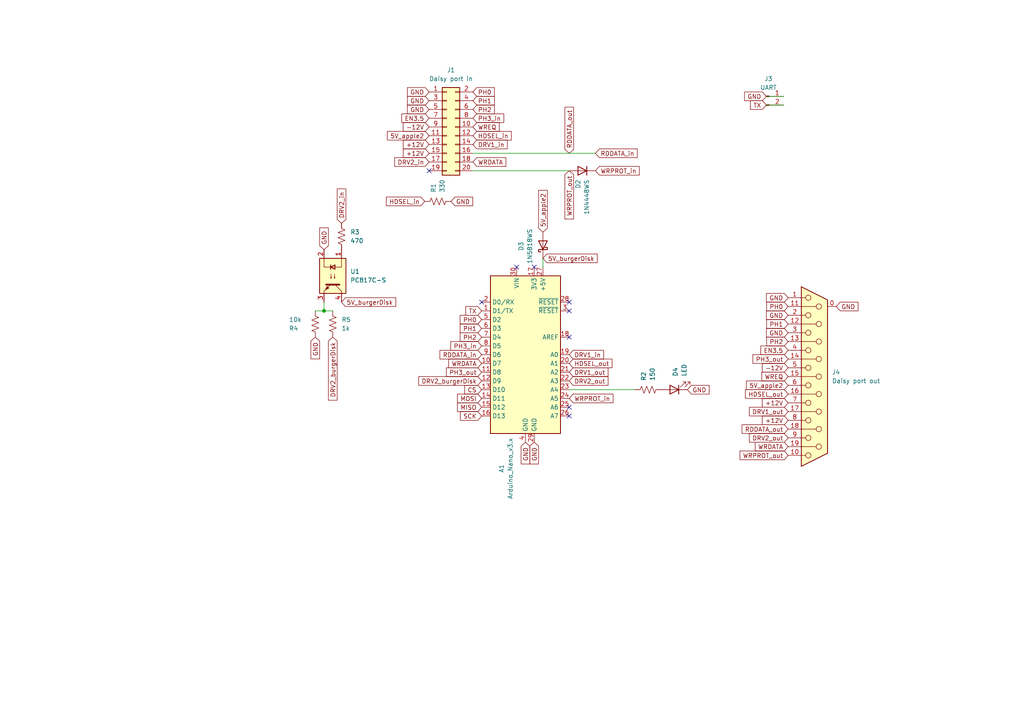
<source format=kicad_sch>
(kicad_sch (version 20250114) (generator "eeschema") (generator_version "9.0")
  (paper "A4")
  (title_block (title "BurgerDisk PCB - Angled DB19 version") (date "2026-01-28") (rev "v2") (company "Colin Leroy-Mira") (comment 1 "License: CC BY-SA"))
  (lib_symbols
    (symbol "Connector:Conn_01x02_Pin" (pin_names (offset 1.016) (hide yes))
      (property "Reference" "J" (at 0 2.54 0))
      (property "Value" "Conn_01x02_Pin" (at 0 -5.08 0))
      (symbol "Conn_01x02_Pin_1_1"
        (rectangle (start 0.8636 0.127) (end 0 -0.127) (stroke (width 0.1524)) (fill (type outline)))
        (rectangle (start 0.8636 -2.413) (end 0 -2.667) (stroke (width 0.1524)) (fill (type outline)))
        (polyline (pts (xy 1.27 0) (xy 0.8636 0)) (stroke (width 0.1524)))
        (polyline (pts (xy 1.27 -2.54) (xy 0.8636 -2.54)) (stroke (width 0.1524)))
        (pin passive line (at 5.08 0 180) (length 3.81) (name "Pin_1") (number "1"))
        (pin passive line (at 5.08 -2.54 180) (length 3.81) (name "Pin_2") (number "2"))
      )
    )
    (symbol "Connector_Generic:Conn_02x10_Odd_Even" (pin_names (offset 1.016) (hide yes))
      (property "Reference" "J" (at 1.27 12.7 0))
      (property "Value" "Conn_02x10_Odd_Even" (at 1.27 -15.24 0))
      (symbol "Conn_02x10_Odd_Even_1_1"
        (rectangle (start -1.27 11.43) (end 3.81 -13.97) (stroke (width 0.254)) (fill (type background)))
        (rectangle (start -1.27 10.287) (end 0 10.033) (stroke (width 0.1524)))
        (rectangle (start -1.27 7.747) (end 0 7.493) (stroke (width 0.1524)))
        (rectangle (start -1.27 5.207) (end 0 4.953) (stroke (width 0.1524)))
        (rectangle (start -1.27 2.667) (end 0 2.413) (stroke (width 0.1524)))
        (rectangle (start -1.27 0.127) (end 0 -0.127) (stroke (width 0.1524)))
        (rectangle (start -1.27 -2.413) (end 0 -2.667) (stroke (width 0.1524)))
        (rectangle (start -1.27 -4.953) (end 0 -5.207) (stroke (width 0.1524)))
        (rectangle (start -1.27 -7.493) (end 0 -7.747) (stroke (width 0.1524)))
        (rectangle (start -1.27 -10.033) (end 0 -10.287) (stroke (width 0.1524)))
        (rectangle (start -1.27 -12.573) (end 0 -12.827) (stroke (width 0.1524)))
        (rectangle (start 3.81 10.287) (end 2.54 10.033) (stroke (width 0.1524)))
        (rectangle (start 3.81 7.747) (end 2.54 7.493) (stroke (width 0.1524)))
        (rectangle (start 3.81 5.207) (end 2.54 4.953) (stroke (width 0.1524)))
        (rectangle (start 3.81 2.667) (end 2.54 2.413) (stroke (width 0.1524)))
        (rectangle (start 3.81 0.127) (end 2.54 -0.127) (stroke (width 0.1524)))
        (rectangle (start 3.81 -2.413) (end 2.54 -2.667) (stroke (width 0.1524)))
        (rectangle (start 3.81 -4.953) (end 2.54 -5.207) (stroke (width 0.1524)))
        (rectangle (start 3.81 -7.493) (end 2.54 -7.747) (stroke (width 0.1524)))
        (rectangle (start 3.81 -10.033) (end 2.54 -10.287) (stroke (width 0.1524)))
        (rectangle (start 3.81 -12.573) (end 2.54 -12.827) (stroke (width 0.1524)))
        (pin passive line (at -5.08 10.16 0) (length 3.81) (name "Pin_1") (number "1"))
        (pin passive line (at -5.08 7.62 0) (length 3.81) (name "Pin_3") (number "3"))
        (pin passive line (at -5.08 5.08 0) (length 3.81) (name "Pin_5") (number "5"))
        (pin passive line (at -5.08 2.54 0) (length 3.81) (name "Pin_7") (number "7"))
        (pin passive line (at -5.08 0 0) (length 3.81) (name "Pin_9") (number "9"))
        (pin passive line (at -5.08 -2.54 0) (length 3.81) (name "Pin_11") (number "11"))
        (pin passive line (at -5.08 -5.08 0) (length 3.81) (name "Pin_13") (number "13"))
        (pin passive line (at -5.08 -7.62 0) (length 3.81) (name "Pin_15") (number "15"))
        (pin passive line (at -5.08 -10.16 0) (length 3.81) (name "Pin_17") (number "17"))
        (pin passive line (at -5.08 -12.7 0) (length 3.81) (name "Pin_19") (number "19"))
        (pin passive line (at 7.62 10.16 180) (length 3.81) (name "Pin_2") (number "2"))
        (pin passive line (at 7.62 7.62 180) (length 3.81) (name "Pin_4") (number "4"))
        (pin passive line (at 7.62 5.08 180) (length 3.81) (name "Pin_6") (number "6"))
        (pin passive line (at 7.62 2.54 180) (length 3.81) (name "Pin_8") (number "8"))
        (pin passive line (at 7.62 0 180) (length 3.81) (name "Pin_10") (number "10"))
        (pin passive line (at 7.62 -2.54 180) (length 3.81) (name "Pin_12") (number "12"))
        (pin passive line (at 7.62 -5.08 180) (length 3.81) (name "Pin_14") (number "14"))
        (pin passive line (at 7.62 -7.62 180) (length 3.81) (name "Pin_16") (number "16"))
        (pin passive line (at 7.62 -10.16 180) (length 3.81) (name "Pin_18") (number "18"))
        (pin passive line (at 7.62 -12.7 180) (length 3.81) (name "Pin_20") (number "20"))
      )
    )
    (symbol "Device:LED" (pin_numbers (hide yes)) (pin_names (offset 1.016) (hide yes))
      (property "Reference" "D" (at 0 2.54 0))
      (property "Value" "LED" (at 0 -2.54 0))
      (symbol "LED_0_1"
        (polyline (pts (xy -3.048 -0.762) (xy -4.572 -2.286) (xy -3.81 -2.286) (xy -4.572 -2.286) (xy -4.572 -1.524)))
        (polyline (pts (xy -1.778 -0.762) (xy -3.302 -2.286) (xy -2.54 -2.286) (xy -3.302 -2.286) (xy -3.302 -1.524)))
        (polyline (pts (xy -1.27 0) (xy 1.27 0)))
        (polyline (pts (xy -1.27 -1.27) (xy -1.27 1.27)) (stroke (width 0.254)))
        (polyline (pts (xy 1.27 -1.27) (xy 1.27 1.27) (xy -1.27 0) (xy 1.27 -1.27)) (stroke (width 0.254)))
      )
      (symbol "LED_1_1"
        (pin passive line (at -3.81 0 0) (length 2.54) (name "K") (number "1"))
        (pin passive line (at 3.81 0 180) (length 2.54) (name "A") (number "2"))
      )
    )
    (symbol "Device:R_US" (pin_numbers (hide yes)) (pin_names (offset 0))
      (property "Reference" "R" (at 2.54 0 90))
      (property "Value" "R_US" (at -2.54 0 90))
      (symbol "R_US_0_1"
        (polyline (pts (xy 0 2.286) (xy 0 2.54)))
        (polyline (pts (xy 0 2.286) (xy 1.016 1.905) (xy 0 1.524) (xy -1.016 1.143) (xy 0 0.762)))
        (polyline (pts (xy 0 0.762) (xy 1.016 0.381) (xy 0 0) (xy -1.016 -0.381) (xy 0 -0.762)))
        (polyline (pts (xy 0 -0.762) (xy 1.016 -1.143) (xy 0 -1.524) (xy -1.016 -1.905) (xy 0 -2.286)))
        (polyline (pts (xy 0 -2.286) (xy 0 -2.54)))
      )
      (symbol "R_US_1_1"
        (pin passive line (at 0 3.81 270) (length 1.27) (name "~") (number "1"))
        (pin passive line (at 0 -3.81 90) (length 1.27) (name "~") (number "2"))
      )
    )
    (symbol "Diode:1N4448" (pin_numbers (hide yes)) (pin_names (hide yes))
      (property "Reference" "D" (at 0 2.54 0))
      (property "Value" "1N4448" (at 0 -2.54 0))
      (symbol "1N4448_0_1"
        (polyline (pts (xy -1.27 1.27) (xy -1.27 -1.27)) (stroke (width 0.254)))
        (polyline (pts (xy 1.27 1.27) (xy 1.27 -1.27) (xy -1.27 0) (xy 1.27 1.27)) (stroke (width 0.254)))
        (polyline (pts (xy 1.27 0) (xy -1.27 0)))
      )
      (symbol "1N4448_1_1"
        (pin passive line (at -3.81 0 0) (length 2.54) (name "K") (number "1"))
        (pin passive line (at 3.81 0 180) (length 2.54) (name "A") (number "2"))
      )
    )
    (symbol "Diode:1N5818" (pin_numbers (hide yes)) (pin_names (offset 1.016) (hide yes))
      (property "Reference" "D" (at 0 2.54 0))
      (property "Value" "1N5818" (at 0 -2.54 0))
      (symbol "1N5818_0_1"
        (polyline (pts (xy -1.905 0.635) (xy -1.905 1.27) (xy -1.27 1.27) (xy -1.27 -1.27) (xy -0.635 -1.27) (xy -0.635 -0.635)) (stroke (width 0.254)))
        (polyline (pts (xy 1.27 1.27) (xy 1.27 -1.27) (xy -1.27 0) (xy 1.27 1.27)) (stroke (width 0.254)))
        (polyline (pts (xy 1.27 0) (xy -1.27 0)))
      )
      (symbol "1N5818_1_1"
        (pin passive line (at -3.81 0 0) (length 2.54) (name "K") (number "1"))
        (pin passive line (at 3.81 0 180) (length 2.54) (name "A") (number "2"))
      )
    )
    (symbol "Isolator:PC817" (pin_names (offset 1.016))
      (property "Reference" "U" (at -5.08 5.08 0))
      (property "Value" "PC817" (at 0 5.08 0))
      (symbol "PC817_0_1"
        (rectangle (start -5.08 3.81) (end 5.08 -3.81) (stroke (width 0.254)) (fill (type background)))
        (polyline (pts (xy -5.08 2.54) (xy -2.54 2.54) (xy -2.54 -0.635)))
        (polyline (pts (xy -3.175 -0.635) (xy -1.905 -0.635)) (stroke (width 0.254)))
        (polyline (pts (xy -2.54 -0.635) (xy -2.54 -2.54) (xy -5.08 -2.54)))
        (polyline (pts (xy -2.54 -0.635) (xy -3.175 0.635) (xy -1.905 0.635) (xy -2.54 -0.635)) (stroke (width 0.254)))
        (polyline (pts (xy -0.508 0.508) (xy 0.762 0.508) (xy 0.381 0.381) (xy 0.381 0.635) (xy 0.762 0.508)))
        (polyline (pts (xy -0.508 -0.508) (xy 0.762 -0.508) (xy 0.381 -0.635) (xy 0.381 -0.381) (xy 0.762 -0.508)))
        (polyline (pts (xy 2.54 1.905) (xy 2.54 -1.905) (xy 2.54 -1.905)) (stroke (width 0.508)))
        (polyline (pts (xy 2.54 0.635) (xy 4.445 2.54)))
        (polyline (pts (xy 3.048 -1.651) (xy 3.556 -1.143) (xy 4.064 -2.159) (xy 3.048 -1.651) (xy 3.048 -1.651)) (fill (type outline)))
        (polyline (pts (xy 4.445 2.54) (xy 5.08 2.54)))
        (polyline (pts (xy 4.445 -2.54) (xy 2.54 -0.635)) (fill (type outline)))
        (polyline (pts (xy 4.445 -2.54) (xy 5.08 -2.54)))
      )
      (symbol "PC817_1_1"
        (pin passive line (at -7.62 2.54 0) (length 2.54) (name "~") (number "1"))
        (pin passive line (at -7.62 -2.54 0) (length 2.54) (name "~") (number "2"))
        (pin passive line (at 7.62 2.54 180) (length 2.54) (name "~") (number "4"))
        (pin passive line (at 7.62 -2.54 180) (length 2.54) (name "~") (number "3"))
      )
    )
    (symbol "MCU_Module:Arduino_Nano_v3.x"
      (property "Reference" "A" (at -10.16 23.495 0))
      (property "Value" "Arduino_Nano_v3.x" (at 5.08 -24.13 0))
      (symbol "Arduino_Nano_v3.x_0_1"
        (rectangle (start -10.16 22.86) (end 10.16 -22.86) (stroke (width 0.254)) (fill (type background)))
      )
      (symbol "Arduino_Nano_v3.x_1_1"
        (pin bidirectional line (at -12.7 15.24 0) (length 2.54) (name "D0/RX") (number "2"))
        (pin bidirectional line (at -12.7 12.7 0) (length 2.54) (name "D1/TX") (number "1"))
        (pin bidirectional line (at -12.7 10.16 0) (length 2.54) (name "D2") (number "5"))
        (pin bidirectional line (at -12.7 7.62 0) (length 2.54) (name "D3") (number "6"))
        (pin bidirectional line (at -12.7 5.08 0) (length 2.54) (name "D4") (number "7"))
        (pin bidirectional line (at -12.7 2.54 0) (length 2.54) (name "D5") (number "8"))
        (pin bidirectional line (at -12.7 0 0) (length 2.54) (name "D6") (number "9"))
        (pin bidirectional line (at -12.7 -2.54 0) (length 2.54) (name "D7") (number "10"))
        (pin bidirectional line (at -12.7 -5.08 0) (length 2.54) (name "D8") (number "11"))
        (pin bidirectional line (at -12.7 -7.62 0) (length 2.54) (name "D9") (number "12"))
        (pin bidirectional line (at -12.7 -10.16 0) (length 2.54) (name "D10") (number "13"))
        (pin bidirectional line (at -12.7 -12.7 0) (length 2.54) (name "D11") (number "14"))
        (pin bidirectional line (at -12.7 -15.24 0) (length 2.54) (name "D12") (number "15"))
        (pin bidirectional line (at -12.7 -17.78 0) (length 2.54) (name "D13") (number "16"))
        (pin power_in line (at -2.54 25.4 270) (length 2.54) (name "VIN") (number "30"))
        (pin power_in line (at 0 -25.4 90) (length 2.54) (name "GND") (number "4"))
        (pin power_out line (at 2.54 25.4 270) (length 2.54) (name "3V3") (number "17"))
        (pin power_in line (at 2.54 -25.4 90) (length 2.54) (name "GND") (number "29"))
        (pin power_out line (at 5.08 25.4 270) (length 2.54) (name "+5V") (number "27"))
        (pin input line (at 12.7 15.24 180) (length 2.54) (name "~{RESET}") (number "28"))
        (pin input line (at 12.7 12.7 180) (length 2.54) (name "~{RESET}") (number "3"))
        (pin input line (at 12.7 5.08 180) (length 2.54) (name "AREF") (number "18"))
        (pin bidirectional line (at 12.7 0 180) (length 2.54) (name "A0") (number "19"))
        (pin bidirectional line (at 12.7 -2.54 180) (length 2.54) (name "A1") (number "20"))
        (pin bidirectional line (at 12.7 -5.08 180) (length 2.54) (name "A2") (number "21"))
        (pin bidirectional line (at 12.7 -7.62 180) (length 2.54) (name "A3") (number "22"))
        (pin bidirectional line (at 12.7 -10.16 180) (length 2.54) (name "A4") (number "23"))
        (pin bidirectional line (at 12.7 -12.7 180) (length 2.54) (name "A5") (number "24"))
        (pin bidirectional line (at 12.7 -15.24 180) (length 2.54) (name "A6") (number "25"))
        (pin bidirectional line (at 12.7 -17.78 180) (length 2.54) (name "A7") (number "26"))
      )
    )
    (symbol "db19:DB19_Female" (pin_names (offset 1.016) (hide yes))
      (property "Reference" "J4" (at 5.08 1.27 0))
      (property "Value" "Daisy port out" (at 5.08 -1.27 0))
      (symbol "DB19_Female_0_1"
        (polyline (pts (xy -3.81 26.035) (xy 3.81 22.225) (xy 3.81 -22.225) (xy -3.81 -26.035) (xy -3.81 26.035)) (stroke (width 0.254)) (fill (type background)))
        (polyline (pts (xy -3.81 22.86) (xy -2.54 22.86)))
        (polyline (pts (xy -3.81 20.32) (xy 0.508 20.32)))
        (polyline (pts (xy -3.81 17.78) (xy -2.54 17.78)))
        (polyline (pts (xy -3.81 15.24) (xy 0.508 15.24)))
        (polyline (pts (xy -3.81 12.7) (xy -2.54 12.7)))
        (polyline (pts (xy -3.81 10.16) (xy 0.508 10.16)))
        (polyline (pts (xy -3.81 7.62) (xy -2.54 7.62)))
        (polyline (pts (xy -3.81 5.08) (xy 0.508 5.08)))
        (polyline (pts (xy -3.81 2.54) (xy -2.54 2.54)))
        (polyline (pts (xy -3.81 0) (xy 0.508 0)))
        (polyline (pts (xy -3.81 -2.54) (xy -2.54 -2.54)))
        (polyline (pts (xy -3.81 -5.08) (xy 0.508 -5.08)))
        (polyline (pts (xy -3.81 -7.62) (xy -2.54 -7.62)))
        (polyline (pts (xy -3.81 -10.16) (xy 0.508 -10.16)))
        (polyline (pts (xy -3.81 -12.7) (xy -2.54 -12.7)))
        (polyline (pts (xy -3.81 -15.24) (xy 0.508 -15.24)))
        (polyline (pts (xy -3.81 -17.78) (xy -2.54 -17.78)))
        (polyline (pts (xy -3.81 -20.32) (xy 0.508 -20.32)))
        (polyline (pts (xy -3.81 -22.86) (xy -2.54 -22.86)))
        (circle (center -1.778 22.86) (radius 0.762))
        (circle (center -1.778 17.78) (radius 0.762))
        (circle (center -1.778 12.7) (radius 0.762))
        (circle (center -1.778 7.62) (radius 0.762))
        (circle (center -1.778 2.54) (radius 0.762))
        (circle (center -1.778 -2.54) (radius 0.762))
        (circle (center -1.778 -7.62) (radius 0.762))
        (circle (center -1.778 -12.7) (radius 0.762))
        (circle (center -1.778 -17.78) (radius 0.762))
        (circle (center -1.778 -22.86) (radius 0.762))
        (circle (center 1.27 20.32) (radius 0.762))
        (circle (center 1.27 15.24) (radius 0.762))
        (circle (center 1.27 10.16) (radius 0.762))
        (circle (center 1.27 5.08) (radius 0.762))
        (circle (center 1.27 0) (radius 0.762))
        (circle (center 1.27 -5.08) (radius 0.762))
        (circle (center 1.27 -10.16) (radius 0.762))
        (circle (center 1.27 -15.24) (radius 0.762))
        (circle (center 1.27 -20.32) (radius 0.762))
      )
      (symbol "DB19_Female_1_1"
        (pin passive line (at -7.62 22.86 0) (length 3.81) (name "1") (number "1"))
        (pin passive line (at -7.62 20.32 0) (length 3.81) (name "P11") (number "11"))
        (pin passive line (at -7.62 17.78 0) (length 3.81) (name "2") (number "2"))
        (pin passive line (at -7.62 15.24 0) (length 3.81) (name "P12") (number "12"))
        (pin passive line (at -7.62 12.7 0) (length 3.81) (name "3") (number "3"))
        (pin passive line (at -7.62 10.16 0) (length 3.81) (name "P13") (number "13"))
        (pin passive line (at -7.62 7.62 0) (length 3.81) (name "4") (number "4"))
        (pin passive line (at -7.62 5.08 0) (length 3.81) (name "P14") (number "14"))
        (pin passive line (at -7.62 2.54 0) (length 3.81) (name "5") (number "5"))
        (pin passive line (at -7.62 0 0) (length 3.81) (name "P15") (number "15"))
        (pin passive line (at -7.62 -2.54 0) (length 3.81) (name "6") (number "6"))
        (pin passive line (at -7.62 -5.08 0) (length 3.81) (name "P16") (number "16"))
        (pin passive line (at -7.62 -7.62 0) (length 3.81) (name "7") (number "7"))
        (pin passive line (at -7.62 -10.16 0) (length 3.81) (name "P17") (number "17"))
        (pin passive line (at -7.62 -12.7 0) (length 3.81) (name "8") (number "8"))
        (pin passive line (at -7.62 -15.24 0) (length 3.81) (name "P18") (number "18"))
        (pin passive line (at -7.62 -17.78 0) (length 3.81) (name "9") (number "9"))
        (pin passive line (at -7.62 -20.32 0) (length 3.81) (name "P19") (number "19"))
        (pin passive line (at -7.62 -22.86 0) (length 3.81) (name "10") (number "10"))
        (pin input line (at 6.35 20.32 180) (length 2.54) (name "0") (number "0"))
      )
    )
    (symbol "e-radionica.com schematics:0603C" (pin_numbers (hide yes)) (pin_names (offset 0.002))
      (property "Reference" "C" (at -0.635 3.175 0))
      (property "Value" "0603C" (at 0 -3.175 0))
      (symbol "0603C_0_1"
        (polyline (pts (xy -0.635 1.905) (xy -0.635 -1.905)) (stroke (width 0.5)))
        (polyline (pts (xy 0.635 1.905) (xy 0.635 -1.905)) (stroke (width 0.5)))
      )
      (symbol "0603C_1_1"
        (pin passive line (at -3.175 0 0) (length 2.54) (name "~") (number "1"))
        (pin passive line (at 3.175 0 180) (length 2.54) (name "~") (number "2"))
      )
    )
    (symbol "e-radionica.com schematics:0603R" (pin_numbers (hide yes)) (pin_names (offset 0.254))
      (property "Reference" "R" (at -1.905 1.905 0))
      (property "Value" "0603R" (at 0 -1.905 0))
      (symbol "0603R_0_1"
        (rectangle (start -1.905 0.635) (end -1.8796 -0.635) (stroke (width 0.1)))
        (rectangle (start -1.905 0.635) (end 1.905 0.6096) (stroke (width 0.1)))
        (rectangle (start -1.905 -0.635) (end 1.905 -0.6604) (stroke (width 0.1)))
        (rectangle (start 1.905 0.635) (end 1.9304 -0.635) (stroke (width 0.1)))
      )
      (symbol "0603R_1_1"
        (pin passive line (at -3.175 0 0) (length 1.27) (name "~") (number "1"))
        (pin passive line (at 3.175 0 180) (length 1.27) (name "~") (number "2"))
      )
    )
    (symbol "e-radionica.com schematics:3V3" (power) (pin_names (offset 0))
      (property "Value" "3V3" (at 0 3.556 0))
      (symbol "3V3_0_1"
        (polyline (pts (xy -1.27 2.54) (xy 1.27 2.54)) (stroke (width 0.0006)))
        (polyline (pts (xy 0 0) (xy 0 2.54)))
      )
      (symbol "3V3_1_1"
        (pin power_in line (at 0 0 90) (length 0) (hide yes) (name "3V3") (number "1"))
      )
    )
    (symbol "e-radionica.com schematics:HYC77-TF09-200"
      (property "Reference" "K" (at 0 11.43 0))
      (property "Value" "HYC77-TF09-200" (at 0 -11.43 0))
      (symbol "HYC77-TF09-200_0_1"
        (rectangle (start -2.54 10.16) (end 3.81 -10.16) (stroke (width 0.1524)))
      )
      (symbol "HYC77-TF09-200_1_1"
        (pin bidirectional line (at -5.08 8.89 0) (length 2.54) (name "X") (number "1"))
        (pin bidirectional line (at -5.08 6.35 0) (length 2.54) (name "CS") (number "2"))
        (pin bidirectional line (at -5.08 3.81 0) (length 2.54) (name "MOSI") (number "3"))
        (pin bidirectional line (at -5.08 1.27 0) (length 2.54) (name "VDD") (number "4"))
        (pin bidirectional line (at -5.08 -1.27 0) (length 2.54) (name "SCLK") (number "5"))
        (pin bidirectional line (at -5.08 -3.81 0) (length 2.54) (name "GND") (number "6"))
        (pin bidirectional line (at -5.08 -6.35 0) (length 2.54) (name "MISO") (number "7"))
        (pin bidirectional line (at -5.08 -8.89 0) (length 2.54) (name "X") (number "8"))
      )
    )
    (symbol "e-radionica.com schematics:SE5218"
      (property "Reference" "U" (at -3.81 5.08 0))
      (property "Value" "SE5218" (at 0 -5.08 0))
      (symbol "SE5218_0_1"
        (rectangle (start -5.08 3.81) (end 5.08 -3.81) (stroke (width 0.0006)))
      )
      (symbol "SE5218_1_1"
        (pin power_in line (at -7.62 2.54 0) (length 2.54) (name "VIN") (number "1"))
        (pin power_in line (at -7.62 0 0) (length 2.54) (name "GND") (number "2"))
        (pin input line (at -7.62 -2.54 0) (length 2.54) (name "EN") (number "3"))
        (pin power_out line (at 7.62 2.54 180) (length 2.54) (name "VOUT") (number "5"))
        (pin passive line (at 7.62 -2.54 180) (length 2.54) (name "NC") (number "4"))
      )
    )
    (symbol "e-radionica.com schematics:TXB0104QPWRQ1"
      (property "Reference" "U" (at 0 8.89 0))
      (property "Value" "TXB0104QPWRQ1" (at 0 -11.43 0))
      (symbol "TXB0104QPWRQ1_0_1"
        (rectangle (start -5.08 7.62) (end 6.35 -10.16) (stroke (width 0.0006)))
      )
      (symbol "TXB0104QPWRQ1_1_1"
        (pin power_in line (at -7.62 6.35 0) (length 2.54) (name "VCCA") (number "1"))
        (pin passive line (at -7.62 3.81 0) (length 2.54) (name "A1") (number "2"))
        (pin passive line (at -7.62 1.27 0) (length 2.54) (name "A2") (number "3"))
        (pin passive line (at -7.62 -1.27 0) (length 2.54) (name "A3") (number "4"))
        (pin passive line (at -7.62 -3.81 0) (length 2.54) (name "A4") (number "5"))
        (pin no_connect line (at -7.62 -6.35 0) (length 2.54) (name "NC") (number "6"))
        (pin passive line (at -7.62 -8.89 0) (length 2.54) (name "GND") (number "7"))
        (pin power_out line (at 8.89 6.35 180) (length 2.54) (name "VCCB") (number "14"))
        (pin passive line (at 8.89 3.81 180) (length 2.54) (name "B1") (number "13"))
        (pin passive line (at 8.89 1.27 180) (length 2.54) (name "B2") (number "12"))
        (pin passive line (at 8.89 -1.27 180) (length 2.54) (name "B3") (number "11"))
        (pin passive line (at 8.89 -3.81 180) (length 2.54) (name "B4") (number "10"))
        (pin no_connect line (at 8.89 -6.35 180) (length 2.54) (name "NC") (number "9"))
        (pin passive line (at 8.89 -8.89 180) (length 2.54) (name "OE") (number "8"))
      )
    )
  )
  (text "VOLTAGE LEVEL TRANSLATOR" (at -54.61 24.13 0) (effects (font (size 1.27 1.27)) (justify left bottom)))
  (text "HEADER" (at -31.75 76.2 0) (effects (font (size 1.27 1.27)) (justify left bottom)))
  (text "VOLTAGE REGULATOR\n" (at -112.395 69.85 0) (effects (font (size 1.27 1.27)) (justify left bottom)))
  (text "MICRO SD CARD HOLDER & CAPACITOR" (at -123.19 24.13 0) (effects (font (size 1.27 1.27)) (justify left bottom)))
  (junction (at -107.95 45.72) (diameter 0.9144))
  (junction (at -114.3 104.14) (diameter 0.9144))
  (junction (at -54.61 40.64))
  (junction (at -30.48 40.64) (diameter 0.9144))
  (junction (at -91.44 81.28) (diameter 0.9144))
  (junction (at -107.95 35.56) (diameter 0.9144))
  (junction (at -91.44 93.98) (diameter 0.9144))
  (junction (at -119.38 35.56) (diameter 0.9144))
  (junction (at -119.38 45.72) (diameter 0.9144))
  (junction (at 93.98 90.17))
  (junction (at -116.84 93.98) (diameter 0.9144))
  (junction (at -31.75 55.88) (diameter 0.9144))
  (junction (at -111.76 45.72) (diameter 0.9144))
  (junction (at -116.84 81.28) (diameter 0.9144))
  (junction (at -41.91 31.75))
  (junction (at -111.76 35.56) (diameter 0.9144))
  (no_connect (at 165.1 90.17))
  (no_connect (at 154.94 77.47))
  (no_connect (at 165.1 120.65))
  (no_connect (at 165.1 87.63))
  (no_connect (at 165.1 97.79))
  (no_connect (at 139.7 87.63))
  (no_connect (at 165.1 118.11))
  (no_connect (at 149.86 77.47))
  (no_connect (at 124.46 49.53))
  (polyline (pts (xy -133.35 19.05) (xy -133.35 57.15)) (stroke (width 0) (type dash)))
  (polyline (pts (xy -69.85 68.58) (xy -6.35 68.58)) (stroke (width 0) (type dash)))
  (wire (pts (xy -114.3 104.14) (xy -114.3 105.41)))
  (wire (pts (xy -121.92 104.14) (xy -114.3 104.14)))
  (wire (pts (xy -107.95 45.72) (xy -107.95 49.53)))
  (wire (pts (xy 184.15 113.03) (xy 165.1 113.03)))
  (polyline (pts (xy -133.985 111.76) (xy -74.295 111.76)) (stroke (width 0) (type dash)))
  (wire (pts (xy -121.92 102.235) (xy -121.92 104.14)))
  (wire (pts (xy 91.44 90.17) (xy 93.98 90.17)))
  (wire (pts (xy -32.385 31.75) (xy -30.48 31.75)))
  (wire (pts (xy -111.76 35.56) (xy -107.95 35.56)))
  (wire (pts (xy -34.29 45.72) (xy -27.94 45.72)))
  (wire (pts (xy -121.92 95.885) (xy -121.92 93.98)))
  (wire (pts (xy -46.355 31.75) (xy -41.91 31.75)))
  (wire (pts (xy -111.76 99.06) (xy -116.84 99.06)))
  (wire (pts (xy -34.29 48.26) (xy -27.94 48.26)))
  (wire (pts (xy -107.95 35.56) (xy -107.95 39.37)))
  (wire (pts (xy -116.84 81.28) (xy -107.95 81.28)))
  (polyline (pts (xy -69.85 19.05) (xy -69.85 68.58)) (stroke (width 0) (type dash)))
  (polyline (pts (xy -69.85 19.05) (xy -6.35 19.05)) (stroke (width 0) (type dash)))
  (polyline (pts (xy -72.39 57.15) (xy -72.39 19.05)) (stroke (width 0) (type dash)))
  (polyline (pts (xy -48.26 72.39) (xy -6.35 72.39)) (stroke (width 0) (type dash)))
  (wire (pts (xy -127 35.56) (xy -119.38 35.56)))
  (wire (pts (xy -34.29 50.8) (xy -27.94 50.8)))
  (wire (pts (xy -54.61 31.75) (xy -52.705 31.75)))
  (wire (pts (xy 165.1 49.53) (xy 137.16 49.53)))
  (wire (pts (xy -31.75 55.88) (xy -31.75 57.785)))
  (polyline (pts (xy -74.295 111.76) (xy -74.295 60.96)) (stroke (width 0) (type dash)))
  (wire (pts (xy 93.98 87.63) (xy 93.98 90.17)))
  (wire (pts (xy -107.95 39.37) (xy -91.44 39.37)))
  (wire (pts (xy -59.69 40.64) (xy -54.61 40.64)))
  (wire (pts (xy -95.25 46.99) (xy -91.44 46.99)))
  (wire (pts (xy -31.75 64.135) (xy -31.75 66.04)))
  (polyline (pts (xy -133.35 19.05) (xy -72.39 19.05)) (stroke (width 0) (type dash)))
  (wire (pts (xy -34.29 40.64) (xy -30.48 40.64)))
  (wire (pts (xy -41.91 27.94) (xy -41.91 31.75)))
  (wire (pts (xy -31.75 55.88) (xy -30.48 55.88)))
  (polyline (pts (xy -6.35 106.68) (xy -6.35 72.39)) (stroke (width 0) (type dash)))
  (wire (pts (xy -95.25 41.91) (xy -91.44 41.91)))
  (wire (pts (xy -34.29 43.18) (xy -27.94 43.18)))
  (wire (pts (xy -116.84 99.06) (xy -116.84 93.98)))
  (wire (pts (xy -116.84 81.28) (xy -116.84 93.98)))
  (wire (pts (xy -127 38.1) (xy -127 35.56)))
  (wire (pts (xy -91.44 81.28) (xy -91.44 93.98)))
  (wire (pts (xy 93.98 90.17) (xy 96.52 90.17)))
  (wire (pts (xy -91.44 100.965) (xy -91.44 102.87)))
  (wire (pts (xy -100.33 81.28) (xy -91.44 81.28)))
  (wire (pts (xy -127 45.72) (xy -119.38 45.72)))
  (polyline (pts (xy -48.26 106.68) (xy -6.35 106.68)) (stroke (width 0) (type dash)))
  (wire (pts (xy -54.61 31.75) (xy -54.61 40.64)))
  (wire (pts (xy -107.95 44.45) (xy -91.44 44.45)))
  (wire (pts (xy -96.52 93.98) (xy -91.44 93.98)))
  (wire (pts (xy -111.76 35.56) (xy -111.76 38.1)))
  (wire (pts (xy -34.29 55.88) (xy -31.75 55.88)))
  (wire (pts (xy -25.4 40.64) (xy -30.48 40.64)))
  (wire (pts (xy -119.38 35.56) (xy -111.76 35.56)))
  (wire (pts (xy -41.91 31.75) (xy -38.735 31.75)))
  (wire (pts (xy 137.16 44.45) (xy 172.72 44.45)))
  (wire (pts (xy -107.95 34.29) (xy -107.95 35.56)))
  (wire (pts (xy -91.44 93.98) (xy -91.44 94.615)))
  (wire (pts (xy -111.76 45.72) (xy -107.95 45.72)))
  (wire (pts (xy -119.38 45.72) (xy -111.76 45.72)))
  (wire (pts (xy -119.38 44.45) (xy -119.38 45.72)))
  (polyline (pts (xy -133.985 62.23) (xy -133.985 111.76)) (stroke (width 0) (type dash)))
  (wire (pts (xy 222.25 30.48) (xy 227.33 30.48)))
  (wire (pts (xy -111.76 93.98) (xy -116.84 93.98)))
  (wire (pts (xy -111.76 96.52) (xy -114.3 96.52)))
  (wire (pts (xy -30.48 31.75) (xy -30.48 40.64)))
  (wire (pts (xy -25.4 36.83) (xy -25.4 40.64)))
  (wire (pts (xy -121.92 93.98) (xy -116.84 93.98)))
  (wire (pts (xy -91.44 81.28) (xy -91.44 77.47)))
  (polyline (pts (xy -133.985 60.96) (xy -133.985 62.23)) (stroke (width 0) (type dash)))
  (polyline (pts (xy -48.26 72.39) (xy -48.26 106.68)) (stroke (width 0) (type dash)))
  (wire (pts (xy -54.61 40.64) (xy -50.8 40.64)))
  (polyline (pts (xy -133.35 57.15) (xy -72.39 57.15)) (stroke (width 0) (type dash)))
  (wire (pts (xy 157.48 74.93) (xy 157.48 77.47)))
  (wire (pts (xy -111.76 44.45) (xy -111.76 45.72)))
  (wire (pts (xy -31.75 66.04) (xy -22.86 66.04)))
  (wire (pts (xy -95.25 36.83) (xy -91.44 36.83)))
  (wire (pts (xy -114.3 96.52) (xy -114.3 104.14)))
  (wire (pts (xy -22.86 66.04) (xy -22.86 63.5)))
  (polyline (pts (xy -6.35 68.58) (xy -6.35 19.05)) (stroke (width 0) (type dash)))
  (wire (pts (xy -107.95 44.45) (xy -107.95 45.72)))
  (wire (pts (xy -59.69 38.1) (xy -59.69 40.64)))
  (wire (pts (xy -119.38 35.56) (xy -119.38 38.1)))
  (polyline (pts (xy -74.295 60.96) (xy -133.985 60.96)) (stroke (width 0) (type dash)))
  (wire (pts (xy -127 44.45) (xy -127 45.72)))
  (wire (pts (xy -116.84 77.47) (xy -116.84 81.28)))
  (wire (pts (xy 222.25 27.94) (xy 227.33 27.94)))
  (wire (pts (xy -95.25 34.29) (xy -91.44 34.29)))
  (global_label "PH2" (shape input) (at 137.16 31.75 0) (property "Intersheetrefs" "${INTERSHEET_REFS}" (effects (hide yes))))
  (global_label "+12V" (shape input) (at 228.6 121.92 180) (property "Intersheetrefs" "${INTERSHEET_REFS}" (effects (hide yes))))
  (global_label "PH1" (shape input) (at 139.7 95.25 180) (property "Intersheetrefs" "${INTERSHEET_REFS}" (effects (hide yes))))
  (global_label "5V_burgerDisk" (shape input) (at 99.06 87.63 0) (property "Intersheetrefs" "${INTERSHEET_REFS}" (effects (hide yes))))
  (global_label "WRDATA" (shape input) (at 228.6 129.54 180) (property "Intersheetrefs" "${INTERSHEET_REFS}" (effects (hide yes))))
  (global_label "OE" (shape input) (at -30.48 55.88 0) (property "Intersheetrefs" "${INTERSHEET_REFS}" (effects (hide yes))))
  (global_label "WRDATA" (shape input) (at 139.7 105.41 180) (property "Intersheetrefs" "${INTERSHEET_REFS}" (effects (hide yes))))
  (global_label "GND" (shape input) (at 124.46 29.21 180) (property "Intersheetrefs" "${INTERSHEET_REFS}" (effects (hide yes))))
  (global_label "GND" (shape input) (at 124.46 31.75 180) (property "Intersheetrefs" "${INTERSHEET_REFS}" (effects (hide yes))))
  (global_label "GND" (shape input) (at -107.95 49.53 180) (property "Intersheetrefs" "${INTERSHEET_REFS}" (effects (hide yes))))
  (global_label "PH0" (shape input) (at 139.7 92.71 180) (property "Intersheetrefs" "${INTERSHEET_REFS}" (effects (hide yes))))
  (global_label "GND" (shape input) (at 152.4 128.27 270) (property "Intersheetrefs" "${INTERSHEET_REFS}" (effects (hide yes))))
  (global_label "-12V" (shape input) (at 228.6 106.68 180) (property "Intersheetrefs" "${INTERSHEET_REFS}" (effects (hide yes))))
  (global_label "DRV2_out" (shape input) (at 228.6 127 180) (property "Intersheetrefs" "${INTERSHEET_REFS}" (effects (hide yes))))
  (global_label "GND" (shape input) (at 228.6 96.52 180) (property "Intersheetrefs" "${INTERSHEET_REFS}" (effects (hide yes))))
  (global_label "WRPROT_in" (shape input) (at 172.72 49.53 0) (property "Intersheetrefs" "${INTERSHEET_REFS}" (effects (hide yes))))
  (global_label "DRV2_burgerDisk" (shape input) (at 96.52 97.79 270) (property "Intersheetrefs" "${INTERSHEET_REFS}" (effects (hide yes))))
  (global_label "GND" (shape input) (at 199.39 113.03 0) (property "Intersheetrefs" "${INTERSHEET_REFS}" (effects (hide yes))))
  (global_label "PH3_out" (shape input) (at 139.7 107.95 180) (property "Intersheetrefs" "${INTERSHEET_REFS}" (effects (hide yes))))
  (global_label "RDDATA_out" (shape input) (at 165.1 44.45 90) (property "Intersheetrefs" "${INTERSHEET_REFS}" (effects (hide yes))))
  (global_label "HDSEL_in" (shape input) (at 137.16 39.37 0) (property "Intersheetrefs" "${INTERSHEET_REFS}" (effects (hide yes))))
  (global_label "TX" (shape input) (at 139.7 90.17 180) (property "Intersheetrefs" "${INTERSHEET_REFS}" (effects (hide yes))))
  (global_label "GND" (shape input) (at 154.94 128.27 270) (property "Intersheetrefs" "${INTERSHEET_REFS}" (effects (hide yes))))
  (global_label "PH1" (shape input) (at 137.16 29.21 0) (property "Intersheetrefs" "${INTERSHEET_REFS}" (effects (hide yes))))
  (global_label "RDDATA_in" (shape input) (at 172.72 44.45 0) (property "Intersheetrefs" "${INTERSHEET_REFS}" (effects (hide yes))))
  (global_label "GND" (shape input) (at 130.81 58.42 0) (property "Intersheetrefs" "${INTERSHEET_REFS}" (effects (hide yes))))
  (global_label "SCK" (shape input) (at -27.94 48.26 0) (property "Intersheetrefs" "${INTERSHEET_REFS}" (effects (hide yes))))
  (global_label "HDSEL_out" (shape input) (at 228.6 114.3 180) (property "Intersheetrefs" "${INTERSHEET_REFS}" (effects (hide yes))))
  (global_label "PH0" (shape input) (at 137.16 26.67 0) (property "Intersheetrefs" "${INTERSHEET_REFS}" (effects (hide yes))))
  (global_label "CS_L" (shape input) (at -95.25 34.29 180) (property "Intersheetrefs" "${INTERSHEET_REFS}" (effects (hide yes))))
  (global_label "5V_burgerDisk" (shape input) (at 157.48 74.93 0) (property "Intersheetrefs" "${INTERSHEET_REFS}" (effects (hide yes))))
  (global_label "PH2" (shape input) (at 139.7 97.79 180) (property "Intersheetrefs" "${INTERSHEET_REFS}" (effects (hide yes))))
  (global_label "DRV1_out" (shape input) (at 165.1 107.95 0) (property "Intersheetrefs" "${INTERSHEET_REFS}" (effects (hide yes))))
  (global_label "RDDATA_in" (shape input) (at 139.7 102.87 180) (property "Intersheetrefs" "${INTERSHEET_REFS}" (effects (hide yes))))
  (global_label "PH0" (shape input) (at 228.6 88.9 180) (property "Intersheetrefs" "${INTERSHEET_REFS}" (effects (hide yes))))
  (global_label "5V_burgerDisk" (shape input) (at -25.4 36.83 0) (property "Intersheetrefs" "${INTERSHEET_REFS}" (effects (hide yes))))
  (global_label "GND" (shape input) (at 91.44 97.79 270) (property "Intersheetrefs" "${INTERSHEET_REFS}" (effects (hide yes))))
  (global_label "DRV2_in" (shape input) (at 124.46 46.99 180) (property "Intersheetrefs" "${INTERSHEET_REFS}" (effects (hide yes))))
  (global_label "DRV1_in" (shape input) (at 137.16 41.91 0) (property "Intersheetrefs" "${INTERSHEET_REFS}" (effects (hide yes))))
  (global_label "HDSEL_out" (shape input) (at 165.1 105.41 0) (property "Intersheetrefs" "${INTERSHEET_REFS}" (effects (hide yes))))
  (global_label "DRV2_out" (shape input) (at 165.1 110.49 0) (property "Intersheetrefs" "${INTERSHEET_REFS}" (effects (hide yes))))
  (global_label "RDDATA_out" (shape input) (at 228.6 124.46 180) (property "Intersheetrefs" "${INTERSHEET_REFS}" (effects (hide yes))))
  (global_label "MOSI_L" (shape input) (at -50.8 45.72 180) (property "Intersheetrefs" "${INTERSHEET_REFS}" (effects (hide yes))))
  (global_label "GND" (shape input) (at 124.46 26.67 180) (property "Intersheetrefs" "${INTERSHEET_REFS}" (effects (hide yes))))
  (global_label "DRV2_burgerDisk" (shape input) (at 139.7 110.49 180) (property "Intersheetrefs" "${INTERSHEET_REFS}" (effects (hide yes))))
  (global_label "HDSEL_in" (shape input) (at 123.19 58.42 180) (property "Intersheetrefs" "${INTERSHEET_REFS}" (effects (hide yes))))
  (global_label "PH3_in" (shape input) (at 139.7 100.33 180) (property "Intersheetrefs" "${INTERSHEET_REFS}" (effects (hide yes))))
  (global_label "GND" (shape input) (at 228.6 86.36 180) (property "Intersheetrefs" "${INTERSHEET_REFS}" (effects (hide yes))))
  (global_label "5V_apple2" (shape input) (at 228.6 111.76 180) (property "Intersheetrefs" "${INTERSHEET_REFS}" (effects (hide yes))))
  (global_label "GND" (shape input) (at -50.8 55.88 180) (property "Intersheetrefs" "${INTERSHEET_REFS}" (effects (hide yes))))
  (global_label "TX" (shape input) (at 222.25 30.48 180) (property "Intersheetrefs" "${INTERSHEET_REFS}" (effects (hide yes))))
  (global_label "GND" (shape input) (at 228.6 91.44 180) (property "Intersheetrefs" "${INTERSHEET_REFS}" (effects (hide yes))))
  (global_label "-12V" (shape input) (at 124.46 36.83 180) (property "Intersheetrefs" "${INTERSHEET_REFS}" (effects (hide yes))))
  (global_label "MISO" (shape input) (at 139.7 118.11 180) (property "Intersheetrefs" "${INTERSHEET_REFS}" (effects (hide yes))))
  (global_label "WRDATA" (shape input) (at 137.16 46.99 0) (property "Intersheetrefs" "${INTERSHEET_REFS}" (effects (hide yes))))
  (global_label "5V_burgerDisk" (shape input) (at -116.84 77.47 180) (property "Intersheetrefs" "${INTERSHEET_REFS}" (effects (hide yes))))
  (global_label "PH3_in" (shape input) (at 137.16 34.29 0) (property "Intersheetrefs" "${INTERSHEET_REFS}" (effects (hide yes))))
  (global_label "WRPROT_out" (shape input) (at 165.1 49.53 270) (property "Intersheetrefs" "${INTERSHEET_REFS}" (effects (hide yes))))
  (global_label "+12V" (shape input) (at 124.46 44.45 180) (property "Intersheetrefs" "${INTERSHEET_REFS}" (effects (hide yes))))
  (global_label "MISO_L" (shape input) (at -50.8 50.8 180) (property "Intersheetrefs" "${INTERSHEET_REFS}" (effects (hide yes))))
  (global_label "DRV1_in" (shape input) (at 165.1 102.87 0) (property "Intersheetrefs" "${INTERSHEET_REFS}" (effects (hide yes))))
  (global_label "WREQ" (shape input) (at 228.6 109.22 180) (property "Intersheetrefs" "${INTERSHEET_REFS}" (effects (hide yes))))
  (global_label "DRV1_out" (shape input) (at 228.6 119.38 180) (property "Intersheetrefs" "${INTERSHEET_REFS}" (effects (hide yes))))
  (global_label "PH2" (shape input) (at 228.6 99.06 180) (property "Intersheetrefs" "${INTERSHEET_REFS}" (effects (hide yes))))
  (global_label "CS" (shape input) (at -27.94 43.18 0) (property "Intersheetrefs" "${INTERSHEET_REFS}" (effects (hide yes))))
  (global_label "CS_L" (shape input) (at -50.8 43.18 180) (property "Intersheetrefs" "${INTERSHEET_REFS}" (effects (hide yes))))
  (global_label "PH1" (shape input) (at 228.6 93.98 180) (property "Intersheetrefs" "${INTERSHEET_REFS}" (effects (hide yes))))
  (global_label "GND" (shape input) (at -41.91 27.94 90) (property "Intersheetrefs" "${INTERSHEET_REFS}" (effects (hide yes))))
  (global_label "EN3.5" (shape input) (at 228.6 101.6 180) (property "Intersheetrefs" "${INTERSHEET_REFS}" (effects (hide yes))))
  (global_label "SCLK_L" (shape input) (at -50.8 48.26 180) (property "Intersheetrefs" "${INTERSHEET_REFS}" (effects (hide yes))))
  (global_label "5V_apple2" (shape input) (at 157.48 67.31 90) (property "Intersheetrefs" "${INTERSHEET_REFS}" (effects (hide yes))))
  (global_label "PH3_out" (shape input) (at 228.6 104.14 180) (property "Intersheetrefs" "${INTERSHEET_REFS}" (effects (hide yes))))
  (global_label "MISO_L" (shape input) (at -95.25 46.99 180) (property "Intersheetrefs" "${INTERSHEET_REFS}" (effects (hide yes))))
  (global_label "MOSI" (shape input) (at -27.94 45.72 0) (property "Intersheetrefs" "${INTERSHEET_REFS}" (effects (hide yes))))
  (global_label "GND" (shape input) (at -114.3 105.41 270) (property "Intersheetrefs" "${INTERSHEET_REFS}" (effects (hide yes))))
  (global_label "5V_apple2" (shape input) (at 124.46 39.37 180) (property "Intersheetrefs" "${INTERSHEET_REFS}" (effects (hide yes))))
  (global_label "GND" (shape input) (at 93.98 72.39 90) (property "Intersheetrefs" "${INTERSHEET_REFS}" (effects (hide yes))))
  (global_label "MOSI_L" (shape input) (at -95.25 36.83 180) (property "Intersheetrefs" "${INTERSHEET_REFS}" (effects (hide yes))))
  (global_label "+12V" (shape input) (at 228.6 116.84 180) (property "Intersheetrefs" "${INTERSHEET_REFS}" (effects (hide yes))))
  (global_label "MOSI" (shape input) (at 139.7 115.57 180) (property "Intersheetrefs" "${INTERSHEET_REFS}" (effects (hide yes))))
  (global_label "WRPROT_in" (shape input) (at 165.1 115.57 0) (property "Intersheetrefs" "${INTERSHEET_REFS}" (effects (hide yes))))
  (global_label "WREQ" (shape input) (at 137.16 36.83 0) (property "Intersheetrefs" "${INTERSHEET_REFS}" (effects (hide yes))))
  (global_label "MISO" (shape input) (at -27.94 50.8 0) (property "Intersheetrefs" "${INTERSHEET_REFS}" (effects (hide yes))))
  (global_label "GND" (shape input) (at 242.57 88.9 0) (property "Intersheetrefs" "${INTERSHEET_REFS}" (effects (hide yes))))
  (global_label "EN3.5" (shape input) (at 124.46 34.29 180) (property "Intersheetrefs" "${INTERSHEET_REFS}" (effects (hide yes))))
  (global_label "SCLK_L" (shape input) (at -95.25 41.91 180) (property "Intersheetrefs" "${INTERSHEET_REFS}" (effects (hide yes))))
  (global_label "CS" (shape input) (at 139.7 113.03 180) (property "Intersheetrefs" "${INTERSHEET_REFS}" (effects (hide yes))))
  (global_label "WRPROT_out" (shape input) (at 228.6 132.08 180) (property "Intersheetrefs" "${INTERSHEET_REFS}" (effects (hide yes))))
  (global_label "SCK" (shape input) (at 139.7 120.65 180) (property "Intersheetrefs" "${INTERSHEET_REFS}" (effects (hide yes))))
  (global_label "DRV2_in" (shape input) (at 99.06 64.77 90) (property "Intersheetrefs" "${INTERSHEET_REFS}" (effects (hide yes))))
  (global_label "GND" (shape input) (at -91.44 102.87 270) (property "Intersheetrefs" "${INTERSHEET_REFS}" (effects (hide yes))))
  (global_label "+12V" (shape input) (at 124.46 41.91 180) (property "Intersheetrefs" "${INTERSHEET_REFS}" (effects (hide yes))))
  (global_label "GND" (shape input) (at 222.25 27.94 180) (property "Intersheetrefs" "${INTERSHEET_REFS}" (effects (hide yes))))
  (symbol (lib_id "e-radionica.com schematics:0603C") (at -49.53 31.75 0) (unit 1)
    (property "Reference" "C6" (at -49.53 27.94 0) (effects (font (size 1 1))))
    (property "Value" "100n" (at -49.53 34.29 0) (effects (font (size 1 1))))
    (property "Footprint" "Capacitor_SMD:C_0603_1608Metric" (effects (hide yes)))
    (property "LCSC" "C1590" (effects (hide yes)))
  )
  (symbol (lib_id "Connector:Conn_01x02_Pin") (at 222.25 27.94 0) (unit 1)
    (property "Reference" "J3" (at 222.885 22.86 0))
    (property "Value" "UART" (at 222.885 25.4 0))
    (property "Footprint" "Connector_PinHeader_2.54mm:PinHeader_1x02_P2.54mm_Vertical" (effects (hide yes)))
    (property "LCSC" "C6273326" (effects (hide yes)))
  )
  (symbol (lib_id "db19:DB19_Female") (at 236.22 109.22 0) (unit 1)
    (property "Reference" "J4" (at 241.3 107.95 0) (effects (justify left)))
    (property "Value" "Daisy port out" (at 241.3 110.49 0) (effects (justify left)))
    (property "Footprint" "DSUB-19-angled:DSUB-19_Female_Horizontal_P2.77x2.84mm_EdgePinOffset4.94mm_Housed_MountingHolesOffset7.48mm" (effects (hide yes)))
  )
  (symbol (lib_id "Diode:1N4448") (at 168.91 49.53 180) (unit 1)
    (property "Reference" "D2" (at 167.64 52.07 90) (effects (justify left)))
    (property "Value" "1N4448WS" (at 170.18 52.07 90) (effects (justify left)))
    (property "Footprint" "Diode_SMD:D_SOD-323F" (effects (hide yes)))
    (property "Datasheet" "https://assets.nexperia.com/documents/data-sheet/1N4148_1N4448.pdf" (effects (hide yes)))
    (property "Sim.Device" "D" (effects (hide yes)))
    (property "Sim.Pins" "1=K 2=A" (effects (hide yes)))
    (property "LCSC" "C167101" (effects (hide yes)))
  )
  (symbol (lib_id "e-radionica.com schematics:3V3") (at -107.95 34.29 0) (unit 1)
    (property "Reference" "#PWR01" (effects (hide yes)))
    (property "Value" "3V3" (at -107.95 30.48 0) (effects (font (size 1 1))))
  )
  (symbol (lib_id "e-radionica.com schematics:SE5218") (at -104.14 96.52 0) (unit 1)
    (property "Reference" "U2" (at -107.95 91.44 0))
    (property "Value" "SE5218" (at -104.14 101.6 0))
    (property "Footprint" "Package_TO_SOT_SMD:SOT-23-5" (effects (hide yes)))
    (property "LCSC" "C118233" (effects (hide yes)))
  )
  (symbol (lib_id "Device:R_US") (at 91.44 93.98 180) (unit 1)
    (property "Reference" "R4" (at 83.82 95.25 0) (effects (justify right)))
    (property "Value" "10k" (at 83.82 92.71 0) (effects (justify right)))
    (property "Footprint" "Resistor_SMD:R_0603_1608Metric" (effects (hide yes)))
    (property "LCSC" "C177337" (effects (hide yes)))
  )
  (symbol (lib_id "e-radionica.com schematics:0603C") (at -127 41.275 90) (unit 1)
    (property "Reference" "C1" (at -125.73 39.37 90) (effects (font (size 1 1)) (justify right)))
    (property "Value" "2u2" (at -130.175 39.37 0) (effects (font (size 1 1)) (justify right)))
    (property "Footprint" "Capacitor_SMD:C_0603_1608Metric" (effects (hide yes)))
    (property "LCSC" "C1607" (effects (hide yes)))
  )
  (symbol (lib_id "e-radionica.com schematics:0603C") (at -91.44 97.79 90) (unit 1)
    (property "Reference" "C5" (at -90.17 95.25 90) (effects (font (size 1 1)) (justify right)))
    (property "Value" "2u2" (at -90.17 100.33 90) (effects (font (size 1 1)) (justify right)))
    (property "Footprint" "Capacitor_SMD:C_0603_1608Metric" (effects (hide yes)))
    (property "LCSC" "C1607" (effects (hide yes)))
  )
  (symbol (lib_id "e-radionica.com schematics:3V3") (at -91.44 77.47 0) (unit 1)
    (property "Reference" "#PWR05" (effects (hide yes)))
    (property "Value" "3V3" (at -91.44 73.66 0) (effects (font (size 1 1))))
  )
  (symbol (lib_id "e-radionica.com schematics:HYC77-TF09-200") (at -86.36 40.64 0) (unit 1)
    (property "Reference" "K1" (at -87.63 29.2099 0) (effects (justify left)))
    (property "Value" "HYC77-TF09-200" (at -95.25 52.0699 0) (effects (justify left)))
    (property "Footprint" "MICROSD-HYC77-TF09-200:MICROSD-HYC77-TF09-200" (effects (hide yes)))
    (property "LCSC" "C341092" (effects (hide yes)))
  )
  (symbol (lib_id "e-radionica.com schematics:0603R") (at -31.75 60.96 90) (unit 1)
    (property "Reference" "R6" (at -30.48 59.69 90) (effects (font (size 1 1)) (justify right)))
    (property "Value" "10k" (at -30.48 62.23 90) (effects (font (size 1 1)) (justify right)))
    (property "Footprint" "Resistor_SMD:R_0603_1608Metric" (effects (hide yes)))
    (property "LCSC" "C177337" (effects (hide yes)))
  )
  (symbol (lib_id "Device:R_US") (at 99.06 68.58 0) (unit 1)
    (property "Reference" "R3" (at 101.6 67.31 0) (effects (justify left)))
    (property "Value" "470" (at 101.6 69.85 0) (effects (justify left)))
    (property "Footprint" "Resistor_SMD:R_1206_3216Metric" (effects (hide yes)))
    (property "LCSC" "C137212" (effects (hide yes)))
  )
  (symbol (lib_id "Device:LED") (at 195.58 113.03 180) (unit 1)
    (property "Reference" "D4" (at 195.8975 109.22 90) (effects (justify right)))
    (property "Value" "LED" (at 198.4375 109.22 90) (effects (justify right)))
    (property "Footprint" "Connector_PinHeader_2.54mm:PinHeader_1x02_P2.54mm_Vertical" (effects (hide yes)))
    (property "LCSC" "C5875763" (effects (hide yes)))
  )
  (symbol (lib_id "Connector_Generic:Conn_02x10_Odd_Even") (at 129.54 36.83 0) (unit 1)
    (property "Reference" "J1" (at 130.81 20.32 0))
    (property "Value" "Daisy port in" (at 130.81 22.86 0))
    (property "Footprint" "Connector_IDC:IDC-Header_2x10_P2.54mm_Vertical" (effects (hide yes)))
    (property "LCSC" "C3405" (effects (hide yes)))
  )
  (symbol (lib_id "e-radionica.com schematics:0603C") (at -119.38 41.275 90) (unit 1)
    (property "Reference" "C2" (at -118.11 39.37 90) (effects (font (size 1 1)) (justify right)))
    (property "Value" "100n" (at -122.555 39.37 0) (effects (font (size 1 1)) (justify right)))
    (property "Footprint" "Capacitor_SMD:C_0603_1608Metric" (effects (hide yes)))
    (property "LCSC" "C1590" (effects (hide yes)))
  )
  (symbol (lib_id "e-radionica.com schematics:0603C") (at -111.76 41.275 90) (unit 1)
    (property "Reference" "C3" (at -110.49 39.37 90) (effects (font (size 1 1)) (justify right)))
    (property "Value" "100n" (at -114.935 39.37 0) (effects (font (size 1 1)) (justify right)))
    (property "Footprint" "Capacitor_SMD:C_0603_1608Metric" (effects (hide yes)))
    (property "LCSC" "C1590" (effects (hide yes)))
  )
  (symbol (lib_id "Isolator:PC817") (at 96.52 80.01 270) (unit 1)
    (property "Reference" "U1" (at 101.6 78.7399 90) (effects (justify left)))
    (property "Value" "PC817C-S" (at 101.6 81.2799 90) (effects (justify left)))
    (property "Footprint" "Package_SO:SOP-4_3.8x4.1mm_P2.54mm" (effects (hide yes)))
    (property "Datasheet" "http://www.soselectronic.cz/a_info/resource/d/pc817.pdf" (effects (hide yes)))
    (property "LCSC" "C3008369" (effects (hide yes)))
  )
  (symbol (lib_id "Device:R_US") (at 187.96 113.03 270) (unit 1)
    (property "Reference" "R2" (at 186.69 110.49 0) (effects (justify right)))
    (property "Value" "150" (at 189.23 110.49 0) (effects (justify right)))
    (property "Footprint" "Resistor_SMD:R_0603_1608Metric" (effects (hide yes)))
    (property "LCSC" "C177290" (effects (hide yes)))
  )
  (symbol (lib_id "MCU_Module:Arduino_Nano_v3.x") (at 152.4 102.87 0) (unit 1)
    (property "Reference" "A1" (at 145.4719 135.89 90))
    (property "Value" "Arduino_Nano_v3.x" (at 148.0119 135.89 90))
    (property "Footprint" "Module:Arduino_Nano" (effects (hide yes)))
    (property "Datasheet" "http://www.mouser.com/pdfdocs/Gravitech_Arduino_Nano3_0.pdf" (effects (hide yes)))
  )
  (symbol (lib_id "e-radionica.com schematics:3V3") (at -59.69 38.1 0) (unit 1)
    (property "Reference" "#PWR07" (effects (hide yes)))
    (property "Value" "3V3" (at -59.69 34.29 0) (effects (font (size 1 1))))
  )
  (symbol (lib_id "e-radionica.com schematics:0603C") (at -121.92 99.06 90) (unit 1)
    (property "Reference" "C4" (at -120.65 96.52 90) (effects (font (size 1 1)) (justify right)))
    (property "Value" "2u2" (at -120.65 101.6 90) (effects (font (size 1 1)) (justify right)))
    (property "Footprint" "Capacitor_SMD:C_0603_1608Metric" (effects (hide yes)))
    (property "LCSC" "C1607" (effects (hide yes)))
  )
  (symbol (lib_id "Device:R_US") (at 127 58.42 270) (unit 1)
    (property "Reference" "R1" (at 125.73 55.88 0) (effects (justify right)))
    (property "Value" "330" (at 128.27 55.88 0) (effects (justify right)))
    (property "Footprint" "Resistor_SMD:R_0603_1608Metric" (effects (hide yes)))
    (property "LCSC" "C177341" (effects (hide yes)))
  )
  (symbol (lib_id "Diode:1N5818") (at 157.48 71.12 90) (unit 1)
    (property "Reference" "D3" (at 151.13 71.4375 0))
    (property "Value" "1N5818WS" (at 153.67 71.4375 0))
    (property "Footprint" "Diode_SMD:D_SOD-323" (effects (hide yes)))
    (property "Datasheet" "http://www.vishay.com/docs/88525/1n5817.pdf" (effects (hide yes)))
    (property "LCSC" "C5240366" (effects (hide yes)))
  )
  (symbol (lib_id "e-radionica.com schematics:0603C") (at -35.56 31.75 0) (unit 1)
    (property "Reference" "C7" (at -35.56 27.94 0) (effects (font (size 1 1))))
    (property "Value" "100n" (at -35.56 34.29 0) (effects (font (size 1 1))))
    (property "Footprint" "Capacitor_SMD:C_0603_1608Metric" (effects (hide yes)))
    (property "LCSC" "C1590" (effects (hide yes)))
  )
  (symbol (lib_id "e-radionica.com schematics:3V3") (at -22.86 63.5 0) (unit 1)
    (property "Reference" "#PWR011" (effects (hide yes)))
    (property "Value" "3V3" (at -22.86 59.69 0) (effects (font (size 1 1))))
  )
  (symbol (lib_id "e-radionica.com schematics:TXB0104QPWRQ1") (at -43.18 46.99 0) (unit 1)
    (property "Reference" "U21" (at -43.18 38.1 0))
    (property "Value" "TXB0104QPWRQ1" (at -43.18 58.42 0))
    (property "Footprint" "Package_SO:TSSOP-14-1EP_4.4x5mm_P0.65mm" (effects (hide yes)))
    (property "LCSC" "C527571" (effects (hide yes)))
  )
  (symbol (lib_id "Device:R_US") (at 96.52 93.98 180) (unit 1)
    (property "Reference" "R5" (at 99.06 92.71 0) (effects (justify right)))
    (property "Value" "1k" (at 99.06 95.25 0) (effects (justify right)))
    (property "Footprint" "Resistor_SMD:R_0603_1608Metric" (effects (hide yes)))
    (property "LCSC" "C177343" (effects (hide yes)))
  )
)
</source>
